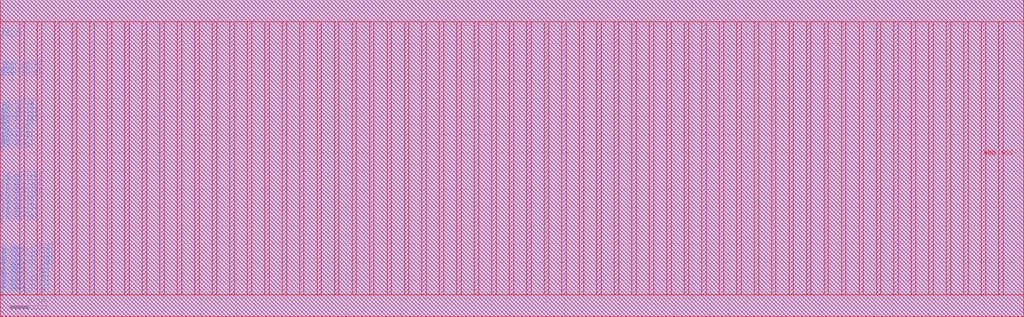
<source format=lef>
VERSION 5.7 ;
BUSBITCHARS "[]" ;
MACRO fakeram130_64x21
  FOREIGN fakeram130_64x21 0 0 ;
  SYMMETRY X Y R90 ;
  SIZE 281.060 BY 87.040 ;
  CLASS BLOCK ;
  PIN w_mask_in[0]
    DIRECTION INPUT ;
    USE SIGNAL ;
    SHAPE ABUTMENT ;
    PORT
      LAYER met3 ;
      RECT 0.000 5.850 0.800 6.150 ;
    END
  END w_mask_in[0]
  PIN w_mask_in[1]
    DIRECTION INPUT ;
    USE SIGNAL ;
    SHAPE ABUTMENT ;
    PORT
      LAYER met3 ;
      RECT 0.000 6.450 0.800 6.750 ;
    END
  END w_mask_in[1]
  PIN w_mask_in[2]
    DIRECTION INPUT ;
    USE SIGNAL ;
    SHAPE ABUTMENT ;
    PORT
      LAYER met3 ;
      RECT 0.000 7.050 0.800 7.350 ;
    END
  END w_mask_in[2]
  PIN w_mask_in[3]
    DIRECTION INPUT ;
    USE SIGNAL ;
    SHAPE ABUTMENT ;
    PORT
      LAYER met3 ;
      RECT 0.000 7.650 0.800 7.950 ;
    END
  END w_mask_in[3]
  PIN w_mask_in[4]
    DIRECTION INPUT ;
    USE SIGNAL ;
    SHAPE ABUTMENT ;
    PORT
      LAYER met3 ;
      RECT 0.000 8.250 0.800 8.550 ;
    END
  END w_mask_in[4]
  PIN w_mask_in[5]
    DIRECTION INPUT ;
    USE SIGNAL ;
    SHAPE ABUTMENT ;
    PORT
      LAYER met3 ;
      RECT 0.000 8.850 0.800 9.150 ;
    END
  END w_mask_in[5]
  PIN w_mask_in[6]
    DIRECTION INPUT ;
    USE SIGNAL ;
    SHAPE ABUTMENT ;
    PORT
      LAYER met3 ;
      RECT 0.000 9.450 0.800 9.750 ;
    END
  END w_mask_in[6]
  PIN w_mask_in[7]
    DIRECTION INPUT ;
    USE SIGNAL ;
    SHAPE ABUTMENT ;
    PORT
      LAYER met3 ;
      RECT 0.000 10.050 0.800 10.350 ;
    END
  END w_mask_in[7]
  PIN w_mask_in[8]
    DIRECTION INPUT ;
    USE SIGNAL ;
    SHAPE ABUTMENT ;
    PORT
      LAYER met3 ;
      RECT 0.000 10.650 0.800 10.950 ;
    END
  END w_mask_in[8]
  PIN w_mask_in[9]
    DIRECTION INPUT ;
    USE SIGNAL ;
    SHAPE ABUTMENT ;
    PORT
      LAYER met3 ;
      RECT 0.000 11.250 0.800 11.550 ;
    END
  END w_mask_in[9]
  PIN w_mask_in[10]
    DIRECTION INPUT ;
    USE SIGNAL ;
    SHAPE ABUTMENT ;
    PORT
      LAYER met3 ;
      RECT 0.000 11.850 0.800 12.150 ;
    END
  END w_mask_in[10]
  PIN w_mask_in[11]
    DIRECTION INPUT ;
    USE SIGNAL ;
    SHAPE ABUTMENT ;
    PORT
      LAYER met3 ;
      RECT 0.000 12.450 0.800 12.750 ;
    END
  END w_mask_in[11]
  PIN w_mask_in[12]
    DIRECTION INPUT ;
    USE SIGNAL ;
    SHAPE ABUTMENT ;
    PORT
      LAYER met3 ;
      RECT 0.000 13.050 0.800 13.350 ;
    END
  END w_mask_in[12]
  PIN w_mask_in[13]
    DIRECTION INPUT ;
    USE SIGNAL ;
    SHAPE ABUTMENT ;
    PORT
      LAYER met3 ;
      RECT 0.000 13.650 0.800 13.950 ;
    END
  END w_mask_in[13]
  PIN w_mask_in[14]
    DIRECTION INPUT ;
    USE SIGNAL ;
    SHAPE ABUTMENT ;
    PORT
      LAYER met3 ;
      RECT 0.000 14.250 0.800 14.550 ;
    END
  END w_mask_in[14]
  PIN w_mask_in[15]
    DIRECTION INPUT ;
    USE SIGNAL ;
    SHAPE ABUTMENT ;
    PORT
      LAYER met3 ;
      RECT 0.000 14.850 0.800 15.150 ;
    END
  END w_mask_in[15]
  PIN w_mask_in[16]
    DIRECTION INPUT ;
    USE SIGNAL ;
    SHAPE ABUTMENT ;
    PORT
      LAYER met3 ;
      RECT 0.000 15.450 0.800 15.750 ;
    END
  END w_mask_in[16]
  PIN w_mask_in[17]
    DIRECTION INPUT ;
    USE SIGNAL ;
    SHAPE ABUTMENT ;
    PORT
      LAYER met3 ;
      RECT 0.000 16.050 0.800 16.350 ;
    END
  END w_mask_in[17]
  PIN w_mask_in[18]
    DIRECTION INPUT ;
    USE SIGNAL ;
    SHAPE ABUTMENT ;
    PORT
      LAYER met3 ;
      RECT 0.000 16.650 0.800 16.950 ;
    END
  END w_mask_in[18]
  PIN w_mask_in[19]
    DIRECTION INPUT ;
    USE SIGNAL ;
    SHAPE ABUTMENT ;
    PORT
      LAYER met3 ;
      RECT 0.000 17.250 0.800 17.550 ;
    END
  END w_mask_in[19]
  PIN w_mask_in[20]
    DIRECTION INPUT ;
    USE SIGNAL ;
    SHAPE ABUTMENT ;
    PORT
      LAYER met3 ;
      RECT 0.000 17.850 0.800 18.150 ;
    END
  END w_mask_in[20]
  PIN rd_out[0]
    DIRECTION OUTPUT ;
    USE SIGNAL ;
    SHAPE ABUTMENT ;
    PORT
      LAYER met3 ;
      RECT 0.000 25.650 0.800 25.950 ;
    END
  END rd_out[0]
  PIN rd_out[1]
    DIRECTION OUTPUT ;
    USE SIGNAL ;
    SHAPE ABUTMENT ;
    PORT
      LAYER met3 ;
      RECT 0.000 26.250 0.800 26.550 ;
    END
  END rd_out[1]
  PIN rd_out[2]
    DIRECTION OUTPUT ;
    USE SIGNAL ;
    SHAPE ABUTMENT ;
    PORT
      LAYER met3 ;
      RECT 0.000 26.850 0.800 27.150 ;
    END
  END rd_out[2]
  PIN rd_out[3]
    DIRECTION OUTPUT ;
    USE SIGNAL ;
    SHAPE ABUTMENT ;
    PORT
      LAYER met3 ;
      RECT 0.000 27.450 0.800 27.750 ;
    END
  END rd_out[3]
  PIN rd_out[4]
    DIRECTION OUTPUT ;
    USE SIGNAL ;
    SHAPE ABUTMENT ;
    PORT
      LAYER met3 ;
      RECT 0.000 28.050 0.800 28.350 ;
    END
  END rd_out[4]
  PIN rd_out[5]
    DIRECTION OUTPUT ;
    USE SIGNAL ;
    SHAPE ABUTMENT ;
    PORT
      LAYER met3 ;
      RECT 0.000 28.650 0.800 28.950 ;
    END
  END rd_out[5]
  PIN rd_out[6]
    DIRECTION OUTPUT ;
    USE SIGNAL ;
    SHAPE ABUTMENT ;
    PORT
      LAYER met3 ;
      RECT 0.000 29.250 0.800 29.550 ;
    END
  END rd_out[6]
  PIN rd_out[7]
    DIRECTION OUTPUT ;
    USE SIGNAL ;
    SHAPE ABUTMENT ;
    PORT
      LAYER met3 ;
      RECT 0.000 29.850 0.800 30.150 ;
    END
  END rd_out[7]
  PIN rd_out[8]
    DIRECTION OUTPUT ;
    USE SIGNAL ;
    SHAPE ABUTMENT ;
    PORT
      LAYER met3 ;
      RECT 0.000 30.450 0.800 30.750 ;
    END
  END rd_out[8]
  PIN rd_out[9]
    DIRECTION OUTPUT ;
    USE SIGNAL ;
    SHAPE ABUTMENT ;
    PORT
      LAYER met3 ;
      RECT 0.000 31.050 0.800 31.350 ;
    END
  END rd_out[9]
  PIN rd_out[10]
    DIRECTION OUTPUT ;
    USE SIGNAL ;
    SHAPE ABUTMENT ;
    PORT
      LAYER met3 ;
      RECT 0.000 31.650 0.800 31.950 ;
    END
  END rd_out[10]
  PIN rd_out[11]
    DIRECTION OUTPUT ;
    USE SIGNAL ;
    SHAPE ABUTMENT ;
    PORT
      LAYER met3 ;
      RECT 0.000 32.250 0.800 32.550 ;
    END
  END rd_out[11]
  PIN rd_out[12]
    DIRECTION OUTPUT ;
    USE SIGNAL ;
    SHAPE ABUTMENT ;
    PORT
      LAYER met3 ;
      RECT 0.000 32.850 0.800 33.150 ;
    END
  END rd_out[12]
  PIN rd_out[13]
    DIRECTION OUTPUT ;
    USE SIGNAL ;
    SHAPE ABUTMENT ;
    PORT
      LAYER met3 ;
      RECT 0.000 33.450 0.800 33.750 ;
    END
  END rd_out[13]
  PIN rd_out[14]
    DIRECTION OUTPUT ;
    USE SIGNAL ;
    SHAPE ABUTMENT ;
    PORT
      LAYER met3 ;
      RECT 0.000 34.050 0.800 34.350 ;
    END
  END rd_out[14]
  PIN rd_out[15]
    DIRECTION OUTPUT ;
    USE SIGNAL ;
    SHAPE ABUTMENT ;
    PORT
      LAYER met3 ;
      RECT 0.000 34.650 0.800 34.950 ;
    END
  END rd_out[15]
  PIN rd_out[16]
    DIRECTION OUTPUT ;
    USE SIGNAL ;
    SHAPE ABUTMENT ;
    PORT
      LAYER met3 ;
      RECT 0.000 35.250 0.800 35.550 ;
    END
  END rd_out[16]
  PIN rd_out[17]
    DIRECTION OUTPUT ;
    USE SIGNAL ;
    SHAPE ABUTMENT ;
    PORT
      LAYER met3 ;
      RECT 0.000 35.850 0.800 36.150 ;
    END
  END rd_out[17]
  PIN rd_out[18]
    DIRECTION OUTPUT ;
    USE SIGNAL ;
    SHAPE ABUTMENT ;
    PORT
      LAYER met3 ;
      RECT 0.000 36.450 0.800 36.750 ;
    END
  END rd_out[18]
  PIN rd_out[19]
    DIRECTION OUTPUT ;
    USE SIGNAL ;
    SHAPE ABUTMENT ;
    PORT
      LAYER met3 ;
      RECT 0.000 37.050 0.800 37.350 ;
    END
  END rd_out[19]
  PIN rd_out[20]
    DIRECTION OUTPUT ;
    USE SIGNAL ;
    SHAPE ABUTMENT ;
    PORT
      LAYER met3 ;
      RECT 0.000 37.650 0.800 37.950 ;
    END
  END rd_out[20]
  PIN wd_in[0]
    DIRECTION INPUT ;
    USE SIGNAL ;
    SHAPE ABUTMENT ;
    PORT
      LAYER met3 ;
      RECT 0.000 45.450 0.800 45.750 ;
    END
  END wd_in[0]
  PIN wd_in[1]
    DIRECTION INPUT ;
    USE SIGNAL ;
    SHAPE ABUTMENT ;
    PORT
      LAYER met3 ;
      RECT 0.000 46.050 0.800 46.350 ;
    END
  END wd_in[1]
  PIN wd_in[2]
    DIRECTION INPUT ;
    USE SIGNAL ;
    SHAPE ABUTMENT ;
    PORT
      LAYER met3 ;
      RECT 0.000 46.650 0.800 46.950 ;
    END
  END wd_in[2]
  PIN wd_in[3]
    DIRECTION INPUT ;
    USE SIGNAL ;
    SHAPE ABUTMENT ;
    PORT
      LAYER met3 ;
      RECT 0.000 47.250 0.800 47.550 ;
    END
  END wd_in[3]
  PIN wd_in[4]
    DIRECTION INPUT ;
    USE SIGNAL ;
    SHAPE ABUTMENT ;
    PORT
      LAYER met3 ;
      RECT 0.000 47.850 0.800 48.150 ;
    END
  END wd_in[4]
  PIN wd_in[5]
    DIRECTION INPUT ;
    USE SIGNAL ;
    SHAPE ABUTMENT ;
    PORT
      LAYER met3 ;
      RECT 0.000 48.450 0.800 48.750 ;
    END
  END wd_in[5]
  PIN wd_in[6]
    DIRECTION INPUT ;
    USE SIGNAL ;
    SHAPE ABUTMENT ;
    PORT
      LAYER met3 ;
      RECT 0.000 49.050 0.800 49.350 ;
    END
  END wd_in[6]
  PIN wd_in[7]
    DIRECTION INPUT ;
    USE SIGNAL ;
    SHAPE ABUTMENT ;
    PORT
      LAYER met3 ;
      RECT 0.000 49.650 0.800 49.950 ;
    END
  END wd_in[7]
  PIN wd_in[8]
    DIRECTION INPUT ;
    USE SIGNAL ;
    SHAPE ABUTMENT ;
    PORT
      LAYER met3 ;
      RECT 0.000 50.250 0.800 50.550 ;
    END
  END wd_in[8]
  PIN wd_in[9]
    DIRECTION INPUT ;
    USE SIGNAL ;
    SHAPE ABUTMENT ;
    PORT
      LAYER met3 ;
      RECT 0.000 50.850 0.800 51.150 ;
    END
  END wd_in[9]
  PIN wd_in[10]
    DIRECTION INPUT ;
    USE SIGNAL ;
    SHAPE ABUTMENT ;
    PORT
      LAYER met3 ;
      RECT 0.000 51.450 0.800 51.750 ;
    END
  END wd_in[10]
  PIN wd_in[11]
    DIRECTION INPUT ;
    USE SIGNAL ;
    SHAPE ABUTMENT ;
    PORT
      LAYER met3 ;
      RECT 0.000 52.050 0.800 52.350 ;
    END
  END wd_in[11]
  PIN wd_in[12]
    DIRECTION INPUT ;
    USE SIGNAL ;
    SHAPE ABUTMENT ;
    PORT
      LAYER met3 ;
      RECT 0.000 52.650 0.800 52.950 ;
    END
  END wd_in[12]
  PIN wd_in[13]
    DIRECTION INPUT ;
    USE SIGNAL ;
    SHAPE ABUTMENT ;
    PORT
      LAYER met3 ;
      RECT 0.000 53.250 0.800 53.550 ;
    END
  END wd_in[13]
  PIN wd_in[14]
    DIRECTION INPUT ;
    USE SIGNAL ;
    SHAPE ABUTMENT ;
    PORT
      LAYER met3 ;
      RECT 0.000 53.850 0.800 54.150 ;
    END
  END wd_in[14]
  PIN wd_in[15]
    DIRECTION INPUT ;
    USE SIGNAL ;
    SHAPE ABUTMENT ;
    PORT
      LAYER met3 ;
      RECT 0.000 54.450 0.800 54.750 ;
    END
  END wd_in[15]
  PIN wd_in[16]
    DIRECTION INPUT ;
    USE SIGNAL ;
    SHAPE ABUTMENT ;
    PORT
      LAYER met3 ;
      RECT 0.000 55.050 0.800 55.350 ;
    END
  END wd_in[16]
  PIN wd_in[17]
    DIRECTION INPUT ;
    USE SIGNAL ;
    SHAPE ABUTMENT ;
    PORT
      LAYER met3 ;
      RECT 0.000 55.650 0.800 55.950 ;
    END
  END wd_in[17]
  PIN wd_in[18]
    DIRECTION INPUT ;
    USE SIGNAL ;
    SHAPE ABUTMENT ;
    PORT
      LAYER met3 ;
      RECT 0.000 56.250 0.800 56.550 ;
    END
  END wd_in[18]
  PIN wd_in[19]
    DIRECTION INPUT ;
    USE SIGNAL ;
    SHAPE ABUTMENT ;
    PORT
      LAYER met3 ;
      RECT 0.000 56.850 0.800 57.150 ;
    END
  END wd_in[19]
  PIN wd_in[20]
    DIRECTION INPUT ;
    USE SIGNAL ;
    SHAPE ABUTMENT ;
    PORT
      LAYER met3 ;
      RECT 0.000 57.450 0.800 57.750 ;
    END
  END wd_in[20]
  PIN addr_in[0]
    DIRECTION INPUT ;
    USE SIGNAL ;
    SHAPE ABUTMENT ;
    PORT
      LAYER met3 ;
      RECT 0.000 65.250 0.800 65.550 ;
    END
  END addr_in[0]
  PIN addr_in[1]
    DIRECTION INPUT ;
    USE SIGNAL ;
    SHAPE ABUTMENT ;
    PORT
      LAYER met3 ;
      RECT 0.000 65.850 0.800 66.150 ;
    END
  END addr_in[1]
  PIN addr_in[2]
    DIRECTION INPUT ;
    USE SIGNAL ;
    SHAPE ABUTMENT ;
    PORT
      LAYER met3 ;
      RECT 0.000 66.450 0.800 66.750 ;
    END
  END addr_in[2]
  PIN addr_in[3]
    DIRECTION INPUT ;
    USE SIGNAL ;
    SHAPE ABUTMENT ;
    PORT
      LAYER met3 ;
      RECT 0.000 67.050 0.800 67.350 ;
    END
  END addr_in[3]
  PIN addr_in[4]
    DIRECTION INPUT ;
    USE SIGNAL ;
    SHAPE ABUTMENT ;
    PORT
      LAYER met3 ;
      RECT 0.000 67.650 0.800 67.950 ;
    END
  END addr_in[4]
  PIN addr_in[5]
    DIRECTION INPUT ;
    USE SIGNAL ;
    SHAPE ABUTMENT ;
    PORT
      LAYER met3 ;
      RECT 0.000 68.250 0.800 68.550 ;
    END
  END addr_in[5]
  PIN we_in
    DIRECTION INPUT ;
    USE SIGNAL ;
    SHAPE ABUTMENT ;
    PORT
      LAYER met3 ;
      RECT 0.000 76.050 0.800 76.350 ;
    END
  END we_in
  PIN ce_in
    DIRECTION INPUT ;
    USE SIGNAL ;
    SHAPE ABUTMENT ;
    PORT
      LAYER met3 ;
      RECT 0.000 76.650 0.800 76.950 ;
    END
  END ce_in
  PIN clk
    DIRECTION INPUT ;
    USE SIGNAL ;
    SHAPE ABUTMENT ;
    PORT
      LAYER met3 ;
      RECT 0.000 77.250 0.800 77.550 ;
    END
  END clk
  PIN VSS
    DIRECTION INOUT ;
    USE GROUND ;
    PORT
      LAYER met4 ;
      RECT 5.400 6.000 6.600 81.040 ;
      RECT 15.000 6.000 16.200 81.040 ;
      RECT 24.600 6.000 25.800 81.040 ;
      RECT 34.200 6.000 35.400 81.040 ;
      RECT 43.800 6.000 45.000 81.040 ;
      RECT 53.400 6.000 54.600 81.040 ;
      RECT 63.000 6.000 64.200 81.040 ;
      RECT 72.600 6.000 73.800 81.040 ;
      RECT 82.200 6.000 83.400 81.040 ;
      RECT 91.800 6.000 93.000 81.040 ;
      RECT 101.400 6.000 102.600 81.040 ;
      RECT 111.000 6.000 112.200 81.040 ;
      RECT 120.600 6.000 121.800 81.040 ;
      RECT 130.200 6.000 131.400 81.040 ;
      RECT 139.800 6.000 141.000 81.040 ;
      RECT 149.400 6.000 150.600 81.040 ;
      RECT 159.000 6.000 160.200 81.040 ;
      RECT 168.600 6.000 169.800 81.040 ;
      RECT 178.200 6.000 179.400 81.040 ;
      RECT 187.800 6.000 189.000 81.040 ;
      RECT 197.400 6.000 198.600 81.040 ;
      RECT 207.000 6.000 208.200 81.040 ;
      RECT 216.600 6.000 217.800 81.040 ;
      RECT 226.200 6.000 227.400 81.040 ;
      RECT 235.800 6.000 237.000 81.040 ;
      RECT 245.400 6.000 246.600 81.040 ;
      RECT 255.000 6.000 256.200 81.040 ;
      RECT 264.600 6.000 265.800 81.040 ;
      RECT 274.200 6.000 275.400 81.040 ;
    END
  END VSS
  PIN VDD
    DIRECTION INOUT ;
    USE POWER ;
    PORT
      LAYER met4 ;
      RECT 10.200 6.000 11.400 81.040 ;
      RECT 19.800 6.000 21.000 81.040 ;
      RECT 29.400 6.000 30.600 81.040 ;
      RECT 39.000 6.000 40.200 81.040 ;
      RECT 48.600 6.000 49.800 81.040 ;
      RECT 58.200 6.000 59.400 81.040 ;
      RECT 67.800 6.000 69.000 81.040 ;
      RECT 77.400 6.000 78.600 81.040 ;
      RECT 87.000 6.000 88.200 81.040 ;
      RECT 96.600 6.000 97.800 81.040 ;
      RECT 106.200 6.000 107.400 81.040 ;
      RECT 115.800 6.000 117.000 81.040 ;
      RECT 125.400 6.000 126.600 81.040 ;
      RECT 135.000 6.000 136.200 81.040 ;
      RECT 144.600 6.000 145.800 81.040 ;
      RECT 154.200 6.000 155.400 81.040 ;
      RECT 163.800 6.000 165.000 81.040 ;
      RECT 173.400 6.000 174.600 81.040 ;
      RECT 183.000 6.000 184.200 81.040 ;
      RECT 192.600 6.000 193.800 81.040 ;
      RECT 202.200 6.000 203.400 81.040 ;
      RECT 211.800 6.000 213.000 81.040 ;
      RECT 221.400 6.000 222.600 81.040 ;
      RECT 231.000 6.000 232.200 81.040 ;
      RECT 240.600 6.000 241.800 81.040 ;
      RECT 250.200 6.000 251.400 81.040 ;
      RECT 259.800 6.000 261.000 81.040 ;
      RECT 269.400 6.000 270.600 81.040 ;
    END
  END VDD
  OBS
    LAYER met1 ;
    RECT 0 0 281.060 87.040 ;
    LAYER met2 ;
    RECT 0 0 281.060 87.040 ;
    LAYER met3 ;
    RECT 0.800 0 281.060 87.040 ;
    RECT 0 0.000 0.800 5.850 ;
    RECT 0 6.150 0.800 6.450 ;
    RECT 0 6.750 0.800 7.050 ;
    RECT 0 7.350 0.800 7.650 ;
    RECT 0 7.950 0.800 8.250 ;
    RECT 0 8.550 0.800 8.850 ;
    RECT 0 9.150 0.800 9.450 ;
    RECT 0 9.750 0.800 10.050 ;
    RECT 0 10.350 0.800 10.650 ;
    RECT 0 10.950 0.800 11.250 ;
    RECT 0 11.550 0.800 11.850 ;
    RECT 0 12.150 0.800 12.450 ;
    RECT 0 12.750 0.800 13.050 ;
    RECT 0 13.350 0.800 13.650 ;
    RECT 0 13.950 0.800 14.250 ;
    RECT 0 14.550 0.800 14.850 ;
    RECT 0 15.150 0.800 15.450 ;
    RECT 0 15.750 0.800 16.050 ;
    RECT 0 16.350 0.800 16.650 ;
    RECT 0 16.950 0.800 17.250 ;
    RECT 0 17.550 0.800 17.850 ;
    RECT 0 18.150 0.800 25.650 ;
    RECT 0 25.950 0.800 26.250 ;
    RECT 0 26.550 0.800 26.850 ;
    RECT 0 27.150 0.800 27.450 ;
    RECT 0 27.750 0.800 28.050 ;
    RECT 0 28.350 0.800 28.650 ;
    RECT 0 28.950 0.800 29.250 ;
    RECT 0 29.550 0.800 29.850 ;
    RECT 0 30.150 0.800 30.450 ;
    RECT 0 30.750 0.800 31.050 ;
    RECT 0 31.350 0.800 31.650 ;
    RECT 0 31.950 0.800 32.250 ;
    RECT 0 32.550 0.800 32.850 ;
    RECT 0 33.150 0.800 33.450 ;
    RECT 0 33.750 0.800 34.050 ;
    RECT 0 34.350 0.800 34.650 ;
    RECT 0 34.950 0.800 35.250 ;
    RECT 0 35.550 0.800 35.850 ;
    RECT 0 36.150 0.800 36.450 ;
    RECT 0 36.750 0.800 37.050 ;
    RECT 0 37.350 0.800 37.650 ;
    RECT 0 37.950 0.800 45.450 ;
    RECT 0 45.750 0.800 46.050 ;
    RECT 0 46.350 0.800 46.650 ;
    RECT 0 46.950 0.800 47.250 ;
    RECT 0 47.550 0.800 47.850 ;
    RECT 0 48.150 0.800 48.450 ;
    RECT 0 48.750 0.800 49.050 ;
    RECT 0 49.350 0.800 49.650 ;
    RECT 0 49.950 0.800 50.250 ;
    RECT 0 50.550 0.800 50.850 ;
    RECT 0 51.150 0.800 51.450 ;
    RECT 0 51.750 0.800 52.050 ;
    RECT 0 52.350 0.800 52.650 ;
    RECT 0 52.950 0.800 53.250 ;
    RECT 0 53.550 0.800 53.850 ;
    RECT 0 54.150 0.800 54.450 ;
    RECT 0 54.750 0.800 55.050 ;
    RECT 0 55.350 0.800 55.650 ;
    RECT 0 55.950 0.800 56.250 ;
    RECT 0 56.550 0.800 56.850 ;
    RECT 0 57.150 0.800 57.450 ;
    RECT 0 57.750 0.800 65.250 ;
    RECT 0 65.550 0.800 65.850 ;
    RECT 0 66.150 0.800 66.450 ;
    RECT 0 66.750 0.800 67.050 ;
    RECT 0 67.350 0.800 67.650 ;
    RECT 0 67.950 0.800 68.250 ;
    RECT 0 68.550 0.800 76.050 ;
    RECT 0 76.350 0.800 76.650 ;
    RECT 0 76.950 0.800 77.250 ;
    RECT 0 77.550 0.800 87.040 ;
    LAYER met4 ;
    RECT 0 0 281.060 6.000 ;
    RECT 0 81.040 281.060 87.040 ;
    RECT 0.000 6.000 5.400 81.040 ;
    RECT 6.600 6.000 10.200 81.040 ;
    RECT 11.400 6.000 15.000 81.040 ;
    RECT 16.200 6.000 19.800 81.040 ;
    RECT 21.000 6.000 24.600 81.040 ;
    RECT 25.800 6.000 29.400 81.040 ;
    RECT 30.600 6.000 34.200 81.040 ;
    RECT 35.400 6.000 39.000 81.040 ;
    RECT 40.200 6.000 43.800 81.040 ;
    RECT 45.000 6.000 48.600 81.040 ;
    RECT 49.800 6.000 53.400 81.040 ;
    RECT 54.600 6.000 58.200 81.040 ;
    RECT 59.400 6.000 63.000 81.040 ;
    RECT 64.200 6.000 67.800 81.040 ;
    RECT 69.000 6.000 72.600 81.040 ;
    RECT 73.800 6.000 77.400 81.040 ;
    RECT 78.600 6.000 82.200 81.040 ;
    RECT 83.400 6.000 87.000 81.040 ;
    RECT 88.200 6.000 91.800 81.040 ;
    RECT 93.000 6.000 96.600 81.040 ;
    RECT 97.800 6.000 101.400 81.040 ;
    RECT 102.600 6.000 106.200 81.040 ;
    RECT 107.400 6.000 111.000 81.040 ;
    RECT 112.200 6.000 115.800 81.040 ;
    RECT 117.000 6.000 120.600 81.040 ;
    RECT 121.800 6.000 125.400 81.040 ;
    RECT 126.600 6.000 130.200 81.040 ;
    RECT 131.400 6.000 135.000 81.040 ;
    RECT 136.200 6.000 139.800 81.040 ;
    RECT 141.000 6.000 144.600 81.040 ;
    RECT 145.800 6.000 149.400 81.040 ;
    RECT 150.600 6.000 154.200 81.040 ;
    RECT 155.400 6.000 159.000 81.040 ;
    RECT 160.200 6.000 163.800 81.040 ;
    RECT 165.000 6.000 168.600 81.040 ;
    RECT 169.800 6.000 173.400 81.040 ;
    RECT 174.600 6.000 178.200 81.040 ;
    RECT 179.400 6.000 183.000 81.040 ;
    RECT 184.200 6.000 187.800 81.040 ;
    RECT 189.000 6.000 192.600 81.040 ;
    RECT 193.800 6.000 197.400 81.040 ;
    RECT 198.600 6.000 202.200 81.040 ;
    RECT 203.400 6.000 207.000 81.040 ;
    RECT 208.200 6.000 211.800 81.040 ;
    RECT 213.000 6.000 216.600 81.040 ;
    RECT 217.800 6.000 221.400 81.040 ;
    RECT 222.600 6.000 226.200 81.040 ;
    RECT 227.400 6.000 231.000 81.040 ;
    RECT 232.200 6.000 235.800 81.040 ;
    RECT 237.000 6.000 240.600 81.040 ;
    RECT 241.800 6.000 245.400 81.040 ;
    RECT 246.600 6.000 250.200 81.040 ;
    RECT 251.400 6.000 255.000 81.040 ;
    RECT 256.200 6.000 259.800 81.040 ;
    RECT 261.000 6.000 264.600 81.040 ;
    RECT 265.800 6.000 269.400 81.040 ;
    RECT 270.600 6.000 274.200 81.040 ;
    RECT 275.400 6.000 281.060 81.040 ;
    LAYER OVERLAP ;
    RECT 0 0 281.060 87.040 ;
  END
END fakeram130_64x21

END LIBRARY

</source>
